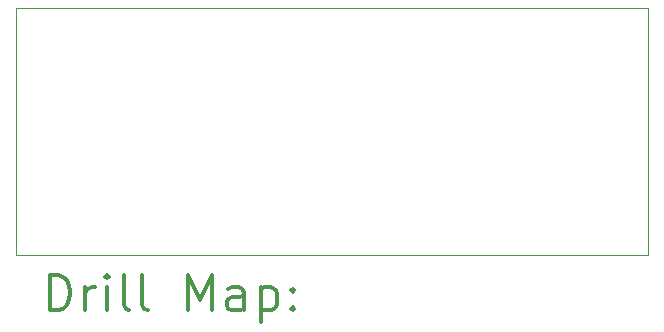
<source format=gbr>
%FSLAX45Y45*%
G04 Gerber Fmt 4.5, Leading zero omitted, Abs format (unit mm)*
G04 Created by KiCad (PCBNEW 5.1.10-88a1d61d58~88~ubuntu18.04.1) date 2021-09-27 18:06:19*
%MOMM*%
%LPD*%
G01*
G04 APERTURE LIST*
%TA.AperFunction,Profile*%
%ADD10C,0.050000*%
%TD*%
%ADD11C,0.200000*%
%ADD12C,0.300000*%
G04 APERTURE END LIST*
D10*
X12674600Y-4838700D02*
X7327900Y-4838700D01*
X12674600Y-6934200D02*
X12674600Y-4838700D01*
X7327900Y-6934200D02*
X12674600Y-6934200D01*
X7327900Y-4838700D02*
X7327900Y-6934200D01*
D11*
D12*
X7611828Y-7402414D02*
X7611828Y-7102414D01*
X7683257Y-7102414D01*
X7726114Y-7116700D01*
X7754686Y-7145271D01*
X7768971Y-7173843D01*
X7783257Y-7230986D01*
X7783257Y-7273843D01*
X7768971Y-7330986D01*
X7754686Y-7359557D01*
X7726114Y-7388129D01*
X7683257Y-7402414D01*
X7611828Y-7402414D01*
X7911828Y-7402414D02*
X7911828Y-7202414D01*
X7911828Y-7259557D02*
X7926114Y-7230986D01*
X7940400Y-7216700D01*
X7968971Y-7202414D01*
X7997543Y-7202414D01*
X8097543Y-7402414D02*
X8097543Y-7202414D01*
X8097543Y-7102414D02*
X8083257Y-7116700D01*
X8097543Y-7130986D01*
X8111828Y-7116700D01*
X8097543Y-7102414D01*
X8097543Y-7130986D01*
X8283257Y-7402414D02*
X8254686Y-7388129D01*
X8240400Y-7359557D01*
X8240400Y-7102414D01*
X8440400Y-7402414D02*
X8411828Y-7388129D01*
X8397543Y-7359557D01*
X8397543Y-7102414D01*
X8783257Y-7402414D02*
X8783257Y-7102414D01*
X8883257Y-7316700D01*
X8983257Y-7102414D01*
X8983257Y-7402414D01*
X9254686Y-7402414D02*
X9254686Y-7245271D01*
X9240400Y-7216700D01*
X9211828Y-7202414D01*
X9154686Y-7202414D01*
X9126114Y-7216700D01*
X9254686Y-7388129D02*
X9226114Y-7402414D01*
X9154686Y-7402414D01*
X9126114Y-7388129D01*
X9111828Y-7359557D01*
X9111828Y-7330986D01*
X9126114Y-7302414D01*
X9154686Y-7288129D01*
X9226114Y-7288129D01*
X9254686Y-7273843D01*
X9397543Y-7202414D02*
X9397543Y-7502414D01*
X9397543Y-7216700D02*
X9426114Y-7202414D01*
X9483257Y-7202414D01*
X9511828Y-7216700D01*
X9526114Y-7230986D01*
X9540400Y-7259557D01*
X9540400Y-7345271D01*
X9526114Y-7373843D01*
X9511828Y-7388129D01*
X9483257Y-7402414D01*
X9426114Y-7402414D01*
X9397543Y-7388129D01*
X9668971Y-7373843D02*
X9683257Y-7388129D01*
X9668971Y-7402414D01*
X9654686Y-7388129D01*
X9668971Y-7373843D01*
X9668971Y-7402414D01*
X9668971Y-7216700D02*
X9683257Y-7230986D01*
X9668971Y-7245271D01*
X9654686Y-7230986D01*
X9668971Y-7216700D01*
X9668971Y-7245271D01*
M02*

</source>
